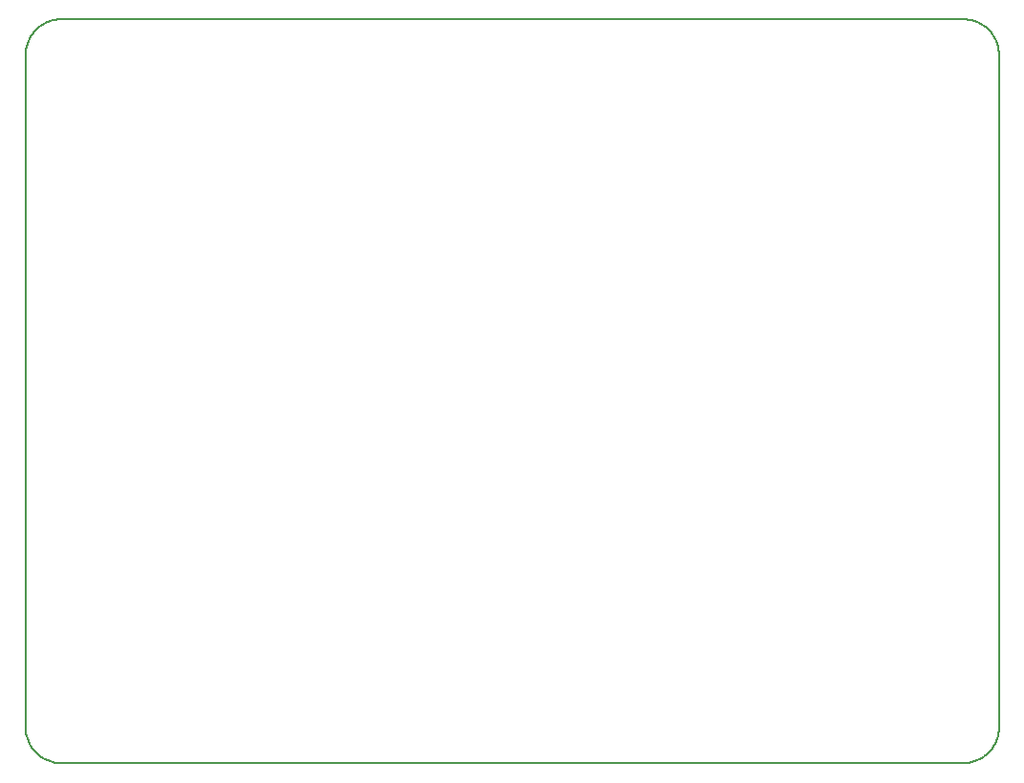
<source format=gko>
G04 Layer_Color=16711935*
%FSLAX44Y44*%
%MOMM*%
G71*
G01*
G75*
%ADD65C,0.2000*%
D65*
X-400051Y330200D02*
X-402542Y330102D01*
X-405017Y329809D01*
X-407462Y329322D01*
X-409862Y328646D01*
X-412201Y327783D01*
X-414464Y326739D01*
X-416640Y325521D01*
X-418712Y324136D01*
X-420670Y322593D01*
X-422501Y320900D01*
X-424193Y319070D01*
X-425737Y317112D01*
X-427122Y315039D01*
X-428340Y312864D01*
X-429383Y310600D01*
X-430246Y308261D01*
X-430923Y305862D01*
X-431409Y303417D01*
X-431702Y300941D01*
X-431800Y298450D01*
X431800Y298450D02*
X431702Y300941D01*
X431409Y303417D01*
X430923Y305862D01*
X430246Y308261D01*
X429383Y310600D01*
X428340Y312864D01*
X427121Y315040D01*
X425736Y317112D01*
X424193Y319070D01*
X422501Y320901D01*
X420670Y322593D01*
X418712Y324136D01*
X416639Y325521D01*
X414464Y326740D01*
X412200Y327783D01*
X409861Y328646D01*
X407462Y329323D01*
X405017Y329809D01*
X402541Y330102D01*
X400050Y330200D01*
X400050Y-330200D02*
X402541Y-330102D01*
X405017Y-329809D01*
X407462Y-329323D01*
X409861Y-328646D01*
X412200Y-327783D01*
X414464Y-326740D01*
X416639Y-325522D01*
X418712Y-324137D01*
X420670Y-322593D01*
X422501Y-320901D01*
X424193Y-319070D01*
X425736Y-317112D01*
X427122Y-315040D01*
X428340Y-312864D01*
X429383Y-310600D01*
X430246Y-308262D01*
X430923Y-305862D01*
X431409Y-303417D01*
X431702Y-300941D01*
X431800Y-298450D01*
X-431800Y-298450D02*
X-431702Y-300941D01*
X-431409Y-303417D01*
X-430923Y-305862D01*
X-430246Y-308262D01*
X-429383Y-310600D01*
X-428340Y-312864D01*
X-427121Y-315040D01*
X-425736Y-317112D01*
X-424193Y-319070D01*
X-422501Y-320901D01*
X-420670Y-322593D01*
X-418712Y-324137D01*
X-416639Y-325522D01*
X-414464Y-326740D01*
X-412200Y-327783D01*
X-409861Y-328646D01*
X-407462Y-329323D01*
X-405017Y-329809D01*
X-402541Y-330102D01*
X-400050Y-330200D01*
X-431800Y298450D02*
X-431800Y-298450D01*
X-400050Y330200D02*
X400050Y330200D01*
X431800Y-298450D02*
X431800Y298450D01*
X-400050Y-330200D02*
X400050Y-330200D01*
M02*

</source>
